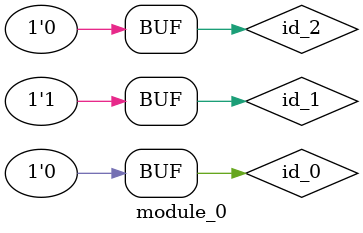
<source format=v>
`define pp_0 0
module module_0 ();
  initial begin
    id_0 <= 1'h0;
    id_1 <= 1;
  end
  assign id_2 = id_2;
  assign id_2 = 1'b0;
  integer id_4;
endmodule

</source>
